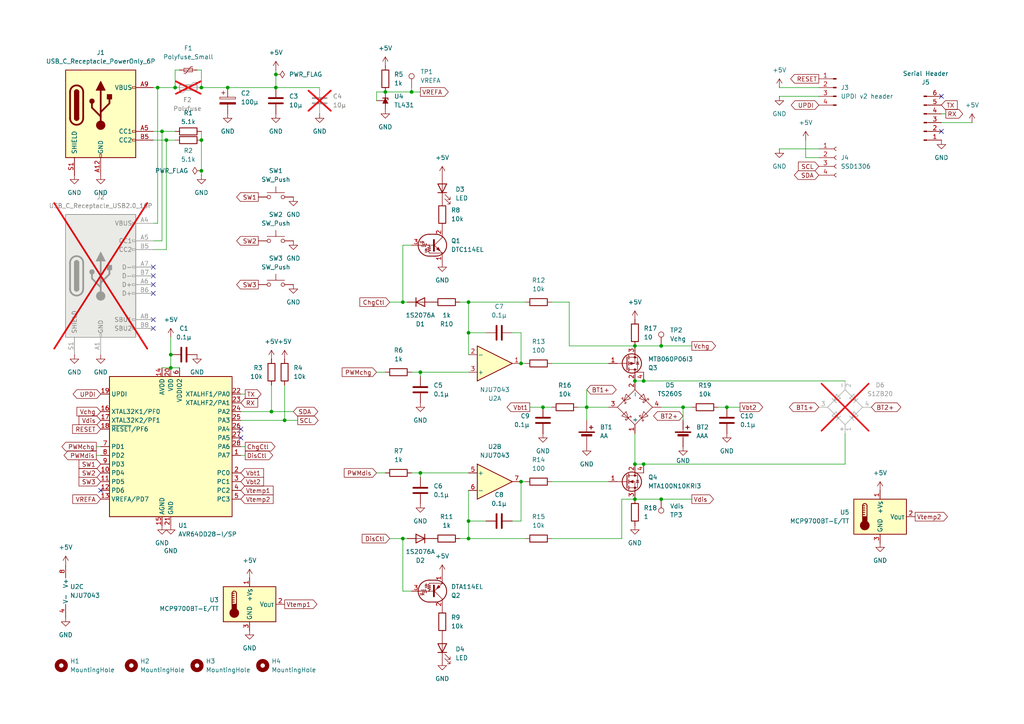
<source format=kicad_sch>
(kicad_sch (version 20250114) (generator "eeschema") (generator_version "9.0")
  (paper "A4")
  (title_block (title "NiMH Charger & Tester") (date "2025-10-15") (rev "2") (company "K.Takata"))
  (junction (at 210.82 118.11))
  (junction (at 48.26 40.64))
  (junction (at 46.99 38.1))
  (junction (at 66.04 25.4))
  (junction (at 58.42 40.64))
  (junction (at 49.53 102.87))
  (junction (at 184.15 134.62))
  (junction (at 151.13 105.41))
  (junction (at 78.74 119.38))
  (junction (at 80.01 25.4))
  (junction (at 121.92 137.16))
  (junction (at 191.77 100.33))
  (junction (at 135.89 156.21))
  (junction (at 119.38 26.67))
  (junction (at 58.42 49.53))
  (junction (at 151.13 139.7))
  (junction (at 45.72 25.4))
  (junction (at 184.15 100.33))
  (junction (at 186.69 110.49))
  (junction (at 184.15 144.78))
  (junction (at 135.89 96.52))
  (junction (at 135.89 151.13))
  (junction (at 135.89 87.63))
  (junction (at 80.01 21.59))
  (junction (at 58.42 25.4))
  (junction (at 82.55 121.92))
  (junction (at 50.8 25.4))
  (junction (at 191.77 144.78))
  (junction (at 157.48 118.11))
  (junction (at 116.84 156.21))
  (junction (at 111.76 26.67))
  (junction (at 121.92 107.95))
  (junction (at 184.15 110.49))
  (junction (at 49.53 106.68))
  (junction (at 198.12 118.11))
  (junction (at 170.18 118.11))
  (junction (at 186.69 134.62))
  (junction (at 116.84 87.63))
  (no_connect (at 44.45 92.71))
  (no_connect (at 44.45 85.09))
  (no_connect (at 69.85 124.46))
  (no_connect (at 44.45 80.01))
  (no_connect (at 273.05 27.94))
  (no_connect (at 44.45 77.47))
  (no_connect (at 69.85 127))
  (no_connect (at 273.05 38.1))
  (no_connect (at 29.21 142.24))
  (no_connect (at 44.45 82.55))
  (no_connect (at 44.45 95.25))
  (wire (pts (xy 71.12 114.3) (xy 69.85 114.3)))
  (wire (pts (xy 151.13 105.41) (xy 152.4 105.41)))
  (wire (pts (xy 148.59 151.13) (xy 151.13 151.13)))
  (wire (pts (xy 113.03 87.63) (xy 116.84 87.63)))
  (wire (pts (xy 52.07 20.32) (xy 50.8 20.32)))
  (wire (pts (xy 58.42 49.53) (xy 58.42 50.8)))
  (wire (pts (xy 152.4 156.21) (xy 135.89 156.21)))
  (wire (pts (xy 198.12 118.11) (xy 198.12 121.92)))
  (wire (pts (xy 116.84 156.21) (xy 116.84 171.45)))
  (wire (pts (xy 46.99 106.68) (xy 49.53 106.68)))
  (wire (pts (xy 58.42 38.1) (xy 58.42 40.64)))
  (wire (pts (xy 121.92 137.16) (xy 121.92 138.43)))
  (wire (pts (xy 184.15 134.62) (xy 184.15 125.73)))
  (wire (pts (xy 109.22 29.21) (xy 109.22 26.67)))
  (wire (pts (xy 191.77 118.11) (xy 198.12 118.11)))
  (wire (pts (xy 226.06 25.4) (xy 237.49 25.4)))
  (wire (pts (xy 78.74 111.76) (xy 78.74 119.38)))
  (wire (pts (xy 116.84 87.63) (xy 118.11 87.63)))
  (wire (pts (xy 245.11 125.73) (xy 245.11 134.62)))
  (wire (pts (xy 109.22 26.67) (xy 111.76 26.67)))
  (wire (pts (xy 200.66 144.78) (xy 191.77 144.78)))
  (wire (pts (xy 148.59 96.52) (xy 151.13 96.52)))
  (wire (pts (xy 58.42 20.32) (xy 58.42 25.4)))
  (wire (pts (xy 86.36 121.92) (xy 82.55 121.92)))
  (wire (pts (xy 135.89 102.87) (xy 135.89 96.52)))
  (wire (pts (xy 71.12 129.54) (xy 69.85 129.54)))
  (wire (pts (xy 151.13 96.52) (xy 151.13 105.41)))
  (wire (pts (xy 133.35 87.63) (xy 135.89 87.63)))
  (wire (pts (xy 58.42 40.64) (xy 58.42 49.53)))
  (wire (pts (xy 133.35 156.21) (xy 135.89 156.21)))
  (wire (pts (xy 245.11 134.62) (xy 186.69 134.62)))
  (wire (pts (xy 135.89 156.21) (xy 135.89 151.13)))
  (wire (pts (xy 116.84 71.12) (xy 119.38 71.12)))
  (wire (pts (xy 44.45 25.4) (xy 45.72 25.4)))
  (wire (pts (xy 226.06 43.18) (xy 237.49 43.18)))
  (wire (pts (xy 82.55 111.76) (xy 82.55 121.92)))
  (wire (pts (xy 116.84 156.21) (xy 118.11 156.21)))
  (wire (pts (xy 176.53 118.11) (xy 170.18 118.11)))
  (wire (pts (xy 49.53 102.87) (xy 49.53 106.68)))
  (wire (pts (xy 44.45 72.39) (xy 48.26 72.39)))
  (wire (pts (xy 121.92 107.95) (xy 121.92 109.22)))
  (wire (pts (xy 160.02 156.21) (xy 180.34 156.21)))
  (wire (pts (xy 226.06 27.94) (xy 237.49 27.94)))
  (wire (pts (xy 119.38 26.67) (xy 121.92 26.67)))
  (wire (pts (xy 85.09 119.38) (xy 78.74 119.38)))
  (wire (pts (xy 111.76 26.67) (xy 119.38 26.67)))
  (wire (pts (xy 119.38 137.16) (xy 121.92 137.16)))
  (wire (pts (xy 274.32 33.02) (xy 273.05 33.02)))
  (wire (pts (xy 135.89 151.13) (xy 140.97 151.13)))
  (wire (pts (xy 57.15 20.32) (xy 58.42 20.32)))
  (wire (pts (xy 135.89 87.63) (xy 152.4 87.63)))
  (wire (pts (xy 50.8 20.32) (xy 50.8 25.4)))
  (wire (pts (xy 113.03 156.21) (xy 116.84 156.21)))
  (wire (pts (xy 45.72 25.4) (xy 45.72 64.77)))
  (wire (pts (xy 208.28 118.11) (xy 210.82 118.11)))
  (wire (pts (xy 180.34 144.78) (xy 184.15 144.78)))
  (wire (pts (xy 180.34 156.21) (xy 180.34 144.78)))
  (wire (pts (xy 152.4 139.7) (xy 151.13 139.7)))
  (wire (pts (xy 160.02 105.41) (xy 176.53 105.41)))
  (wire (pts (xy 119.38 25.4) (xy 119.38 26.67)))
  (wire (pts (xy 165.1 87.63) (xy 165.1 100.33)))
  (wire (pts (xy 151.13 151.13) (xy 151.13 139.7)))
  (wire (pts (xy 135.89 87.63) (xy 135.89 96.52)))
  (wire (pts (xy 58.42 25.4) (xy 66.04 25.4)))
  (wire (pts (xy 48.26 40.64) (xy 44.45 40.64)))
  (wire (pts (xy 50.8 40.64) (xy 48.26 40.64)))
  (wire (pts (xy 135.89 142.24) (xy 135.89 151.13)))
  (wire (pts (xy 210.82 118.11) (xy 214.63 118.11)))
  (wire (pts (xy 44.45 69.85) (xy 46.99 69.85)))
  (wire (pts (xy 237.49 45.72) (xy 233.68 45.72)))
  (wire (pts (xy 184.15 144.78) (xy 191.77 144.78)))
  (wire (pts (xy 44.45 64.77) (xy 45.72 64.77)))
  (wire (pts (xy 233.68 45.72) (xy 233.68 40.64)))
  (wire (pts (xy 273.05 35.56) (xy 281.94 35.56)))
  (wire (pts (xy 170.18 113.03) (xy 170.18 118.11)))
  (wire (pts (xy 184.15 110.49) (xy 186.69 110.49)))
  (wire (pts (xy 69.85 119.38) (xy 78.74 119.38)))
  (wire (pts (xy 121.92 137.16) (xy 135.89 137.16)))
  (wire (pts (xy 46.99 69.85) (xy 46.99 38.1)))
  (wire (pts (xy 80.01 21.59) (xy 80.01 25.4)))
  (wire (pts (xy 49.53 106.68) (xy 52.07 106.68)))
  (wire (pts (xy 160.02 118.11) (xy 157.48 118.11)))
  (wire (pts (xy 200.66 100.33) (xy 191.77 100.33)))
  (wire (pts (xy 198.12 118.11) (xy 200.66 118.11)))
  (wire (pts (xy 121.92 107.95) (xy 135.89 107.95)))
  (wire (pts (xy 27.94 129.54) (xy 29.21 129.54)))
  (wire (pts (xy 153.67 118.11) (xy 157.48 118.11)))
  (wire (pts (xy 71.12 132.08) (xy 69.85 132.08)))
  (wire (pts (xy 116.84 71.12) (xy 116.84 87.63)))
  (wire (pts (xy 186.69 110.49) (xy 245.11 110.49)))
  (wire (pts (xy 109.22 137.16) (xy 111.76 137.16)))
  (wire (pts (xy 135.89 96.52) (xy 140.97 96.52)))
  (wire (pts (xy 160.02 87.63) (xy 165.1 87.63)))
  (wire (pts (xy 116.84 171.45) (xy 119.38 171.45)))
  (wire (pts (xy 165.1 100.33) (xy 184.15 100.33)))
  (wire (pts (xy 44.45 38.1) (xy 46.99 38.1)))
  (wire (pts (xy 184.15 134.62) (xy 186.69 134.62)))
  (wire (pts (xy 46.99 38.1) (xy 50.8 38.1)))
  (wire (pts (xy 170.18 118.11) (xy 170.18 121.92)))
  (wire (pts (xy 160.02 139.7) (xy 176.53 139.7)))
  (wire (pts (xy 184.15 100.33) (xy 191.77 100.33)))
  (wire (pts (xy 27.94 132.08) (xy 29.21 132.08)))
  (wire (pts (xy 109.22 107.95) (xy 111.76 107.95)))
  (wire (pts (xy 80.01 21.59) (xy 80.01 20.32)))
  (wire (pts (xy 69.85 121.92) (xy 82.55 121.92)))
  (wire (pts (xy 48.26 40.64) (xy 48.26 72.39)))
  (wire (pts (xy 45.72 25.4) (xy 50.8 25.4)))
  (wire (pts (xy 119.38 107.95) (xy 121.92 107.95)))
  (wire (pts (xy 167.64 118.11) (xy 170.18 118.11)))
  (wire (pts (xy 80.01 25.4) (xy 92.71 25.4)))
  (wire (pts (xy 49.53 97.79) (xy 49.53 102.87)))
  (wire (pts (xy 66.04 25.4) (xy 80.01 25.4)))
  (global_label "Vtemp1" (shape input) (at 69.85 142.24 0) (property "Intersheetrefs" "${INTERSHEET_REFS}" (effects (hide yes))))
  (global_label "UPDI" (shape bidirectional) (at 237.49 30.48 180) (property "Intersheetrefs" "${INTERSHEET_REFS}" (effects (hide yes))))
  (global_label "VREFA" (shape output) (at 121.92 26.67 0) (property "Intersheetrefs" "${INTERSHEET_REFS}" (effects (hide yes))))
  (global_label "Vtemp2" (shape input) (at 69.85 144.78 0) (property "Intersheetrefs" "${INTERSHEET_REFS}" (effects (hide yes))))
  (global_label "BT1+" (shape bidirectional) (at 237.49 118.11 180) (property "Intersheetrefs" "${INTERSHEET_REFS}" (effects (hide yes))))
  (global_label "UPDI" (shape bidirectional) (at 29.21 114.3 180) (property "Intersheetrefs" "${INTERSHEET_REFS}" (effects (hide yes))))
  (global_label "DisCtl" (shape output) (at 71.12 132.08 0) (property "Intersheetrefs" "${INTERSHEET_REFS}" (effects (hide yes))))
  (global_label "SDA" (shape bidirectional) (at 85.09 119.38 0) (property "Intersheetrefs" "${INTERSHEET_REFS}" (effects (hide yes))))
  (global_label "VREFA" (shape input) (at 29.21 144.78 180) (property "Intersheetrefs" "${INTERSHEET_REFS}" (effects (hide yes))))
  (global_label "Vdis" (shape output) (at 200.66 144.78 0) (property "Intersheetrefs" "${INTERSHEET_REFS}" (effects (hide yes))))
  (global_label "TX" (shape output) (at 71.12 114.3 0) (property "Intersheetrefs" "${INTERSHEET_REFS}" (effects (hide yes))))
  (global_label "SCL" (shape input) (at 237.49 48.26 180) (property "Intersheetrefs" "${INTERSHEET_REFS}" (effects (hide yes))))
  (global_label "SCL" (shape output) (at 86.36 121.92 0) (property "Intersheetrefs" "${INTERSHEET_REFS}" (effects (hide yes))))
  (global_label "RESET" (shape output) (at 237.49 22.86 180) (property "Intersheetrefs" "${INTERSHEET_REFS}" (effects (hide yes))))
  (global_label "RX" (shape input) (at 69.85 116.84 0) (property "Intersheetrefs" "${INTERSHEET_REFS}" (effects (hide yes))))
  (global_label "SW3" (shape input) (at 29.21 139.7 180) (property "Intersheetrefs" "${INTERSHEET_REFS}" (effects (hide yes))))
  (global_label "PWMdis" (shape output) (at 27.94 132.08 180) (property "Intersheetrefs" "${INTERSHEET_REFS}" (effects (hide yes))))
  (global_label "BT2+" (shape bidirectional) (at 198.12 120.65 180) (property "Intersheetrefs" "${INTERSHEET_REFS}" (effects (hide yes))))
  (global_label "ChgCtl" (shape output) (at 71.12 129.54 0) (property "Intersheetrefs" "${INTERSHEET_REFS}" (effects (hide yes))))
  (global_label "Vbt1" (shape input) (at 69.85 137.16 0) (property "Intersheetrefs" "${INTERSHEET_REFS}" (effects (hide yes))))
  (global_label "SDA" (shape bidirectional) (at 237.49 50.8 180) (property "Intersheetrefs" "${INTERSHEET_REFS}" (effects (hide yes))))
  (global_label "Vdis" (shape input) (at 29.21 121.92 180) (property "Intersheetrefs" "${INTERSHEET_REFS}" (effects (hide yes))))
  (global_label "Vbt1" (shape output) (at 153.67 118.11 180) (property "Intersheetrefs" "${INTERSHEET_REFS}" (effects (hide yes))))
  (global_label "SW2" (shape output) (at 74.93 69.85 180) (property "Intersheetrefs" "${INTERSHEET_REFS}" (effects (hide yes))))
  (global_label "BT1+" (shape bidirectional) (at 170.18 113.03 0) (property "Intersheetrefs" "${INTERSHEET_REFS}" (effects (hide yes))))
  (global_label "Vbt2" (shape output) (at 214.63 118.11 0) (property "Intersheetrefs" "${INTERSHEET_REFS}" (effects (hide yes))))
  (global_label "TX" (shape input) (at 273.05 30.48 0) (property "Intersheetrefs" "${INTERSHEET_REFS}" (effects (hide yes))))
  (global_label "SW1" (shape input) (at 29.21 134.62 180) (property "Intersheetrefs" "${INTERSHEET_REFS}" (effects (hide yes))))
  (global_label "Vtemp2" (shape output) (at 265.43 149.86 0) (property "Intersheetrefs" "${INTERSHEET_REFS}" (effects (hide yes))))
  (global_label "SW2" (shape input) (at 29.21 137.16 180) (property "Intersheetrefs" "${INTERSHEET_REFS}" (effects (hide yes))))
  (global_label "Vchg" (shape output) (at 200.66 100.33 0) (property "Intersheetrefs" "${INTERSHEET_REFS}" (effects (hide yes))))
  (global_label "PWMdis" (shape input) (at 109.22 137.16 180) (property "Intersheetrefs" "${INTERSHEET_REFS}" (effects (hide yes))))
  (global_label "SW3" (shape output) (at 74.93 82.55 180) (property "Intersheetrefs" "${INTERSHEET_REFS}" (effects (hide yes))))
  (global_label "SW1" (shape output) (at 74.93 57.15 180) (property "Intersheetrefs" "${INTERSHEET_REFS}" (effects (hide yes))))
  (global_label "Vtemp1" (shape output) (at 82.55 175.26 0) (property "Intersheetrefs" "${INTERSHEET_REFS}" (effects (hide yes))))
  (global_label "Vchg" (shape input) (at 29.21 119.38 180) (property "Intersheetrefs" "${INTERSHEET_REFS}" (effects (hide yes))))
  (global_label "BT2+" (shape bidirectional) (at 252.73 118.11 0) (property "Intersheetrefs" "${INTERSHEET_REFS}" (effects (hide yes))))
  (global_label "Vbt2" (shape input) (at 69.85 139.7 0) (property "Intersheetrefs" "${INTERSHEET_REFS}" (effects (hide yes))))
  (global_label "RESET" (shape input) (at 29.21 124.46 180) (property "Intersheetrefs" "${INTERSHEET_REFS}" (effects (hide yes))))
  (global_label "PWMchg" (shape output) (at 27.94 129.54 180) (property "Intersheetrefs" "${INTERSHEET_REFS}" (effects (hide yes))))
  (global_label "PWMchg" (shape input) (at 109.22 107.95 180) (property "Intersheetrefs" "${INTERSHEET_REFS}" (effects (hide yes))))
  (global_label "ChgCtl" (shape input) (at 113.03 87.63 180) (property "Intersheetrefs" "${INTERSHEET_REFS}" (effects (hide yes))))
  (global_label "RX" (shape output) (at 274.32 33.02 0) (property "Intersheetrefs" "${INTERSHEET_REFS}" (effects (hide yes))))
  (global_label "DisCtl" (shape input) (at 113.03 156.21 180) (property "Intersheetrefs" "${INTERSHEET_REFS}" (effects (hide yes))))
  (symbol (lib_id "Device:R") (at 128.27 180.34 180) (unit 1)
    (property "Reference" "R9" (at 130.81 179.0699 0) (effects (justify right)))
    (property "Value" "10k" (at 130.81 181.6099 0) (effects (justify right)))
    (property "Footprint" "Resistor_THT:R_Axial_DIN0207_L6.3mm_D2.5mm_P7.62mm_Horizontal" (effects (hide yes)))
    (property "Description" "Resistor" (effects (hide yes)))
  )
  (symbol (lib_id "power:GND") (at 46.99 152.4 0) (unit 1)
    (property "Reference" "#PWR07" (effects (hide yes)))
    (property "Value" "GND" (at 46.99 157.48 0))
    (property "Description" "Power symbol creates a global label with name \"GND\" , ground" (effects (hide yes)))
  )
  (symbol (lib_id "Device:Polyfuse") (at 54.61 25.4 90) (unit 1) (dnp yes)
    (property "Reference" "F2" (at 54.356 28.956 90))
    (property "Value" "Polyfuse" (at 54.356 31.496 90))
    (property "Footprint" "Capacitor_THT:C_Disc_D4.3mm_W1.9mm_P5.00mm" (effects (hide yes)))
    (property "Description" "Resettable fuse, polymeric positive temperature coefficient" (effects (hide yes)))
  )
  (symbol (lib_id "power:+5V") (at 128.27 50.8 0) (unit 1)
    (property "Reference" "#PWR027" (effects (hide yes)))
    (property "Value" "+5V" (at 128.27 45.72 0))
    (property "Description" "Power symbol creates a global label with name \"+5V\"" (effects (hide yes)))
  )
  (symbol (lib_id "power:GND") (at 273.05 40.64 0) (unit 1)
    (property "Reference" "#PWR043" (effects (hide yes)))
    (property "Value" "GND" (at 273.05 45.72 0))
    (property "Description" "Power symbol creates a global label with name \"GND\" , ground" (effects (hide yes)))
  )
  (symbol (lib_id "Device:C") (at 53.34 102.87 270) (unit 1)
    (property "Reference" "C1" (at 53.34 95.25 90))
    (property "Value" "0.1μ" (at 53.34 97.79 90))
    (property "Footprint" "Capacitor_THT:C_Disc_D3.0mm_W1.6mm_P2.50mm" (effects (hide yes)))
    (property "Description" "Unpolarized capacitor" (effects (hide yes)))
  )
  (symbol (lib_id "Connector:TestPoint") (at 119.38 25.4 0) (unit 1)
    (property "Reference" "TP1" (at 121.92 20.8279 0) (effects (justify left)))
    (property "Value" "VREFA" (at 121.92 23.3679 0) (effects (justify left)))
    (property "Footprint" "TestPoint:TestPoint_THTPad_D1.5mm_Drill0.7mm" (effects (hide yes)))
    (property "Description" "test point" (effects (hide yes)))
  )
  (symbol (lib_id "Device:R") (at 204.47 118.11 270) (mirror x) (unit 1)
    (property "Reference" "R19" (at 204.47 111.76 90))
    (property "Value" "10k" (at 204.47 114.3 90))
    (property "Footprint" "Resistor_THT:R_Axial_DIN0207_L6.3mm_D2.5mm_P2.54mm_Vertical" (effects (hide yes)))
    (property "Description" "Resistor" (effects (hide yes)))
  )
  (symbol (lib_id "power:GND") (at 72.39 182.88 0) (unit 1)
    (property "Reference" "#PWR014" (effects (hide yes)))
    (property "Value" "GND" (at 72.39 187.96 0))
    (property "Description" "Power symbol creates a global label with name \"GND\" , ground" (effects (hide yes)))
  )
  (symbol (lib_id "power:+5V") (at 128.27 166.37 0) (unit 1)
    (property "Reference" "#PWR029" (effects (hide yes)))
    (property "Value" "+5V" (at 128.27 161.29 0))
    (property "Description" "Power symbol creates a global label with name \"+5V\"" (effects (hide yes)))
  )
  (symbol (lib_id "power:PWR_FLAG") (at 80.01 21.59 270) (unit 1)
    (property "Reference" "#FLG02" (effects (hide yes)))
    (property "Value" "PWR_FLAG" (at 83.82 21.5899 90) (effects (justify left)))
    (property "Description" "Special symbol for telling ERC where power comes from" (effects (hide yes)))
  )
  (symbol (lib_id "power:+5V") (at 78.74 104.14 0) (unit 1)
    (property "Reference" "#PWR015" (effects (hide yes)))
    (property "Value" "+5V" (at 78.74 99.06 0))
    (property "Description" "Power symbol creates a global label with name \"+5V\"" (effects (hide yes)))
  )
  (symbol (lib_id "power:+5V") (at 281.94 35.56 0) (unit 1)
    (property "Reference" "#PWR044" (effects (hide yes)))
    (property "Value" "+5V" (at 281.94 30.48 0))
    (property "Description" "Power symbol creates a global label with name \"+5V\"" (effects (hide yes)))
  )
  (symbol (lib_id "Sensor_Temperature:LM35-LP") (at 72.39 175.26 0) (unit 1)
    (property "Reference" "U3" (at 63.5 173.9899 0) (effects (justify right)))
    (property "Value" "MCP9700BT-E/TT" (at 63.5 176.5299 0) (effects (justify right)))
    (property "Footprint" "Package_TO_SOT_SMD:SOT-23_Handsoldering" (effects (hide yes)))
    (property "Description" "Low-Power Linear Active Thermistor IC" (effects (hide yes)))
  )
  (symbol (lib_id "Connector:TestPoint") (at 191.77 144.78 0) (mirror x) (unit 1)
    (property "Reference" "TP3" (at 194.31 149.3521 0) (effects (justify left)))
    (property "Value" "Vdis" (at 194.31 146.8121 0) (effects (justify left)))
    (property "Footprint" "TestPoint:TestPoint_THTPad_D1.5mm_Drill0.7mm" (effects (hide yes)))
    (property "Description" "test point" (effects (hide yes)))
  )
  (symbol (lib_id "mylib:TS260S") (at 184.15 118.11 270) (unit 1)
    (property "Reference" "D5" (at 194.31 111.6898 90))
    (property "Value" "TS260S" (at 194.31 114.2298 90))
    (property "Footprint" "Package_SO:TSSOP-4_4.4x5mm_P4mm" (effects (hide yes)))
    (property "Datasheet" "https://akizukidenshi.com/goodsaffix/ts260s.pdf" (effects (hide yes)))
    (property "Description" "Micro Surface Mount Schottky Bridge, 60V Vrms, 2A If, TSSOP-4" (effects (hide yes)))
  )
  (symbol (lib_id "MCU_Microchip_AVR_Dx:AVR32DB28x-xSP") (at 49.53 129.54 0) (unit 1)
    (property "Reference" "U1" (at 51.6733 152.4 0) (effects (justify left)))
    (property "Value" "AVR64DD28-I/SP" (at 51.6733 154.94 0) (effects (justify left)))
    (property "Footprint" "Package_DIP:DIP-28_W7.62mm" (effects (hide yes)))
    (property "Datasheet" "https://ww1.microchip.com/downloads/en/DeviceDoc/AVR32DB28-32-48-DataSheet-DS40002301A.pdf" (effects (hide yes)))
    (property "Description" "24MHz, 32kB Flash, 4kB SRAM, EEPROM with Op Amps and Multi-Voltage I/O, SPDIP-28" (effects (hide yes)))
  )
  (symbol (lib_id "Device:R") (at 54.61 38.1 90) (unit 1)
    (property "Reference" "R1" (at 54.61 32.766 90))
    (property "Value" "5.1k" (at 54.61 35.306 90))
    (property "Footprint" "Resistor_THT:R_Axial_DIN0204_L3.6mm_D1.6mm_P5.08mm_Horizontal" (effects (hide yes)))
    (property "Description" "Resistor" (effects (hide yes)))
  )
  (symbol (lib_id "Device:R") (at 54.61 40.64 90) (mirror x) (unit 1)
    (property "Reference" "R2" (at 54.61 43.688 90))
    (property "Value" "5.1k" (at 54.61 46.228 90))
    (property "Footprint" "Resistor_THT:R_Axial_DIN0204_L3.6mm_D1.6mm_P5.08mm_Horizontal" (effects (hide yes)))
    (property "Description" "Resistor" (effects (hide yes)))
  )
  (symbol (lib_id "Connector:Conn_01x04_Pin") (at 242.57 25.4 0) (mirror y) (unit 1)
    (property "Reference" "J3" (at 243.84 25.3999 0) (effects (justify right)))
    (property "Value" "UPDI v2 header" (at 243.84 27.9399 0) (effects (justify right)))
    (property "Footprint" "Connector_PinHeader_2.54mm:PinHeader_1x04_P2.54mm_Vertical" (effects (hide yes)))
    (property "Description" "Generic connector, single row, 01x04, script generated" (effects (hide yes)))
  )
  (symbol (lib_id "Transistor_BJT:DTA114E") (at 125.73 171.45 0) (mirror x) (unit 1)
    (property "Reference" "Q2" (at 130.81 172.7201 0) (effects (justify left)))
    (property "Value" "DTA114EL" (at 130.81 170.1801 0) (effects (justify left)))
    (property "Footprint" "Package_TO_SOT_THT:TO-92_Inline_Wide" (effects (hide yes)))
    (property "Description" "Digital PNP Transistor, 10k/10k, TO-92" (effects (hide yes)))
  )
  (symbol (lib_id "power:+5V") (at 19.05 163.83 0) (unit 1)
    (property "Reference" "#PWR01" (effects (hide yes)))
    (property "Value" "+5V" (at 19.05 158.75 0))
    (property "Description" "Power symbol creates a global label with name \"+5V\"" (effects (hide yes)))
  )
  (symbol (lib_id "power:GND") (at 58.42 50.8 0) (mirror y) (unit 1)
    (property "Reference" "#PWR011" (effects (hide yes)))
    (property "Value" "GND" (at 58.42 55.88 0))
    (property "Description" "Power symbol creates a global label with name \"GND\" , ground" (effects (hide yes)))
  )
  (symbol (lib_id "Device:R") (at 128.27 62.23 180) (unit 1)
    (property "Reference" "R8" (at 130.81 60.9599 0) (effects (justify right)))
    (property "Value" "10k" (at 130.81 63.4999 0) (effects (justify right)))
    (property "Footprint" "Resistor_THT:R_Axial_DIN0207_L6.3mm_D2.5mm_P7.62mm_Horizontal" (effects (hide yes)))
    (property "Description" "Resistor" (effects (hide yes)))
  )
  (symbol (lib_id "power:+5V") (at 233.68 40.64 0) (unit 1)
    (property "Reference" "#PWR039" (effects (hide yes)))
    (property "Value" "+5V" (at 233.68 35.56 0))
    (property "Description" "Power symbol creates a global label with name \"+5V\"" (effects (hide yes)))
  )
  (symbol (lib_id "power:GND") (at 66.04 33.02 0) (unit 1)
    (property "Reference" "#PWR012" (effects (hide yes)))
    (property "Value" "GND" (at 66.04 38.1 0))
    (property "Description" "Power symbol creates a global label with name \"GND\" , ground" (effects (hide yes)))
  )
  (symbol (lib_id "power:GND") (at 85.09 82.55 0) (unit 1)
    (property "Reference" "#PWR021" (effects (hide yes)))
    (property "Value" "GND" (at 85.09 87.63 0))
    (property "Description" "Power symbol creates a global label with name \"GND\" , ground" (effects (hide yes)))
  )
  (symbol (lib_id "Device:C_Polarized") (at 66.04 29.21 0) (unit 1)
    (property "Reference" "C2" (at 69.85 27.0509 0) (effects (justify left)))
    (property "Value" "100μ" (at 69.85 29.5909 0) (effects (justify left)))
    (property "Footprint" "Capacitor_THT:CP_Radial_D6.3mm_P2.50mm" (effects (hide yes)))
    (property "Description" "Polarized capacitor" (effects (hide yes)))
  )
  (symbol (lib_id "power:+5V") (at 72.39 167.64 0) (unit 1)
    (property "Reference" "#PWR013" (effects (hide yes)))
    (property "Value" "+5V" (at 72.39 162.56 0))
    (property "Description" "Power symbol creates a global label with name \"+5V\"" (effects (hide yes)))
  )
  (symbol (lib_id "Device:R") (at 156.21 156.21 90) (unit 1)
    (property "Reference" "R15" (at 156.21 149.86 90))
    (property "Value" "10k" (at 156.21 152.4 90))
    (property "Footprint" "Resistor_THT:R_Axial_DIN0207_L6.3mm_D2.5mm_P2.54mm_Vertical" (effects (hide yes)))
    (property "Description" "Resistor" (effects (hide yes)))
  )
  (symbol (lib_id "Device:LED") (at 128.27 187.96 90) (unit 1)
    (property "Reference" "D4" (at 132.08 188.2774 90) (effects (justify right)))
    (property "Value" "LED" (at 132.08 190.8174 90) (effects (justify right)))
    (property "Footprint" "LED_THT:LED_D5.0mm_Clear" (effects (hide yes)))
    (property "Description" "Light emitting diode" (effects (hide yes)))
    (property "Sim.Pins" "1=K 2=A" (effects (hide yes)))
  )
  (symbol (lib_id "Mechanical:MountingHole") (at 57.15 193.04 0) (unit 1) (in_bom no)
    (property "Reference" "H3" (at 59.69 191.7699 0) (effects (justify left)))
    (property "Value" "MountingHole" (at 59.69 194.3099 0) (effects (justify left)))
    (property "Footprint" "MountingHole:MountingHole_3.2mm_M3" (effects (hide yes)))
    (property "Description" "Mounting Hole without connection" (effects (hide yes)))
  )
  (symbol (lib_id "power:GND") (at 85.09 57.15 0) (unit 1)
    (property "Reference" "#PWR019" (effects (hide yes)))
    (property "Value" "GND" (at 85.09 62.23 0))
    (property "Description" "Power symbol creates a global label with name \"GND\" , ground" (effects (hide yes)))
  )
  (symbol (lib_id "Mechanical:MountingHole") (at 38.1 193.04 0) (unit 1) (in_bom no)
    (property "Reference" "H2" (at 40.64 191.7699 0) (effects (justify left)))
    (property "Value" "MountingHole" (at 40.64 194.3099 0) (effects (justify left)))
    (property "Footprint" "MountingHole:MountingHole_3.2mm_M3" (effects (hide yes)))
    (property "Description" "Mounting Hole without connection" (effects (hide yes)))
  )
  (symbol (lib_id "Switch:SW_Push") (at 80.01 57.15 0) (unit 1)
    (property "Reference" "SW1" (at 80.01 49.53 0))
    (property "Value" "SW_Push" (at 80.01 52.07 0))
    (property "Footprint" "Button_Switch_THT:SW_PUSH_6mm" (effects (hide yes)))
    (property "Description" "Push button switch, generic, two pins" (effects (hide yes)))
  )
  (symbol (lib_id "power:GND") (at 19.05 179.07 0) (unit 1)
    (property "Reference" "#PWR02" (effects (hide yes)))
    (property "Value" "GND" (at 19.05 184.15 0))
    (property "Description" "Power symbol creates a global label with name \"GND\" , ground" (effects (hide yes)))
  )
  (symbol (lib_id "power:GND") (at 128.27 191.77 0) (unit 1)
    (property "Reference" "#PWR030" (effects (hide yes)))
    (property "Value" "GND" (at 128.27 196.85 0))
    (property "Description" "Power symbol creates a global label with name \"GND\" , ground" (effects (hide yes)))
  )
  (symbol (lib_id "Switch:SW_Push") (at 80.01 69.85 0) (unit 1)
    (property "Reference" "SW2" (at 80.01 62.23 0))
    (property "Value" "SW_Push" (at 80.01 64.77 0))
    (property "Footprint" "Button_Switch_THT:SW_PUSH_6mm" (effects (hide yes)))
    (property "Description" "Push button switch, generic, two pins" (effects (hide yes)))
  )
  (symbol (lib_id "Amplifier_Operational:NJM2043") (at 143.51 105.41 0) (mirror x) (unit 1)
    (property "Reference" "U2" (at 143.51 115.57 0))
    (property "Value" "NJU7043" (at 143.51 113.03 0))
    (property "Footprint" "Package_DIP:DIP-8_W7.62mm" (effects (hide yes)))
    (property "Datasheet" "http://www.njr.com/semicon/PDF/NJM2043_E.pdf" (effects (hide yes)))
    (property "Description" "Dual Low Noise Pre-Amplifier, DIP-8/DMP-8/SIP-8" (effects (hide yes)))
  )
  (symbol (lib_id "power:GND") (at 92.71 33.02 0) (unit 1)
    (property "Reference" "#PWR022" (effects (hide yes)))
    (property "Value" "GND" (at 92.71 38.1 0))
    (property "Description" "Power symbol creates a global label with name \"GND\" , ground" (effects (hide yes)))
  )
  (symbol (lib_id "Device:R") (at 156.21 139.7 90) (unit 1)
    (property "Reference" "R14" (at 156.21 133.35 90))
    (property "Value" "100" (at 156.21 135.89 90))
    (property "Footprint" "Resistor_THT:R_Axial_DIN0207_L6.3mm_D2.5mm_P2.54mm_Vertical" (effects (hide yes)))
    (property "Description" "Resistor" (effects (hide yes)))
  )
  (symbol (lib_id "power:+5V") (at 49.53 97.79 0) (unit 1)
    (property "Reference" "#PWR08" (effects (hide yes)))
    (property "Value" "+5V" (at 49.53 92.71 0))
    (property "Description" "Power symbol creates a global label with name \"+5V\"" (effects (hide yes)))
  )
  (symbol (lib_id "power:GND") (at 80.01 33.02 0) (unit 1)
    (property "Reference" "#PWR017" (effects (hide yes)))
    (property "Value" "GND" (at 80.01 38.1 0))
    (property "Description" "Power symbol creates a global label with name \"GND\" , ground" (effects (hide yes)))
  )
  (symbol (lib_id "Device:R") (at 129.54 87.63 90) (mirror x) (unit 1)
    (property "Reference" "R10" (at 129.54 93.98 90))
    (property "Value" "1k" (at 129.54 91.44 90))
    (property "Footprint" "Resistor_THT:R_Axial_DIN0207_L6.3mm_D2.5mm_P2.54mm_Vertical" (effects (hide yes)))
    (property "Description" "Resistor" (effects (hide yes)))
  )
  (symbol (lib_id "power:GND") (at 29.21 50.8 0) (unit 1)
    (property "Reference" "#PWR05" (effects (hide yes)))
    (property "Value" "GND" (at 29.21 55.88 0))
    (property "Description" "Power symbol creates a global label with name \"GND\" , ground" (effects (hide yes)))
  )
  (symbol (lib_id "power:GND") (at 49.53 152.4 0) (unit 1)
    (property "Reference" "#PWR09" (effects (hide yes)))
    (property "Value" "GND" (at 49.53 159.766 0))
    (property "Description" "Power symbol creates a global label with name \"GND\" , ground" (effects (hide yes)))
  )
  (symbol (lib_id "power:+5V") (at 80.01 20.32 0) (unit 1)
    (property "Reference" "#PWR016" (effects (hide yes)))
    (property "Value" "+5V" (at 80.01 15.24 0))
    (property "Description" "Power symbol creates a global label with name \"+5V\"" (effects (hide yes)))
  )
  (symbol (lib_id "power:+5V") (at 255.27 142.24 0) (unit 1)
    (property "Reference" "#PWR041" (effects (hide yes)))
    (property "Value" "+5V" (at 255.27 137.16 0))
    (property "Description" "Power symbol creates a global label with name \"+5V\"" (effects (hide yes)))
  )
  (symbol (lib_id "power:+5V") (at 184.15 92.71 0) (unit 1)
    (property "Reference" "#PWR033" (effects (hide yes)))
    (property "Value" "+5V" (at 184.15 87.63 0))
    (property "Description" "Power symbol creates a global label with name \"+5V\"" (effects (hide yes)))
  )
  (symbol (lib_id "power:GND") (at 29.21 102.87 0) (unit 1)
    (property "Reference" "#PWR06" (effects (hide yes)))
    (property "Value" "GND" (at 29.21 107.95 0))
    (property "Description" "Power symbol creates a global label with name \"GND\" , ground" (effects (hide yes)))
  )
  (symbol (lib_id "Device:R") (at 82.55 107.95 180) (unit 1)
    (property "Reference" "R4" (at 85.09 106.6799 0) (effects (justify right)))
    (property "Value" "10k" (at 85.09 109.2199 0) (effects (justify right)))
    (property "Footprint" "Resistor_THT:R_Axial_DIN0207_L6.3mm_D2.5mm_P7.62mm_Horizontal" (effects (hide yes)))
    (property "Description" "Resistor" (effects (hide yes)))
  )
  (symbol (lib_id "Mechanical:MountingHole") (at 17.78 193.04 0) (unit 1) (in_bom no)
    (property "Reference" "H1" (at 20.32 191.7699 0) (effects (justify left)))
    (property "Value" "MountingHole" (at 20.32 194.3099 0) (effects (justify left)))
    (property "Footprint" "MountingHole:MountingHole_3.2mm_M3" (effects (hide yes)))
    (property "Description" "Mounting Hole without connection" (effects (hide yes)))
  )
  (symbol (lib_id "power:GND") (at 57.15 102.87 0) (unit 1)
    (property "Reference" "#PWR010" (effects (hide yes)))
    (property "Value" "GND" (at 57.15 107.95 0))
    (property "Description" "Power symbol creates a global label with name \"GND\" , ground" (effects (hide yes)))
  )
  (symbol (lib_id "power:GND") (at 128.27 76.2 0) (unit 1)
    (property "Reference" "#PWR028" (effects (hide yes)))
    (property "Value" "GND" (at 128.27 81.28 0))
    (property "Description" "Power symbol creates a global label with name \"GND\" , ground" (effects (hide yes)))
  )
  (symbol (lib_id "power:GND") (at 157.48 125.73 0) (unit 1)
    (property "Reference" "#PWR031" (effects (hide yes)))
    (property "Value" "GND" (at 157.48 130.81 0))
    (property "Description" "Power symbol creates a global label with name \"GND\" , ground" (effects (hide yes)))
  )
  (symbol (lib_id "power:+5V") (at 111.76 19.05 0) (unit 1)
    (property "Reference" "#PWR023" (effects (hide yes)))
    (property "Value" "+5V" (at 111.76 13.97 0))
    (property "Description" "Power symbol creates a global label with name \"+5V\"" (effects (hide yes)))
  )
  (symbol (lib_id "power:GND") (at 226.06 43.18 0) (unit 1)
    (property "Reference" "#PWR038" (effects (hide yes)))
    (property "Value" "GND" (at 226.06 48.26 0))
    (property "Description" "Power symbol creates a global label with name \"GND\" , ground" (effects (hide yes)))
  )
  (symbol (lib_id "Connector:USB_C_Receptacle_PowerOnly_6P") (at 29.21 33.02 0) (unit 1)
    (property "Reference" "J1" (at 29.21 15.24 0))
    (property "Value" "USB_C_Receptacle_PowerOnly_6P" (at 29.21 17.78 0))
    (property "Footprint" "Connector_USB:USB_C_Receptacle_GCT_USB4125-xx-x_6P_TopMnt_Horizontal" (effects (hide yes)))
    (property "Datasheet" "https://www.usb.org/sites/default/files/documents/usb_type-c.zip" (effects (hide yes)))
    (property "Description" "USB Power-Only 6P Type-C Receptacle connector" (effects (hide yes)))
  )
  (symbol (lib_id "Device:R") (at 184.15 148.59 0) (unit 1)
    (property "Reference" "R18" (at 186.69 147.3199 0) (effects (justify left)))
    (property "Value" "1" (at 186.69 149.8599 0) (effects (justify left)))
    (property "Footprint" "Resistor_THT:R_Axial_DIN0614_L14.3mm_D5.7mm_P20.32mm_Horizontal" (effects (hide yes)))
    (property "Description" "Resistor" (effects (hide yes)))
  )
  (symbol (lib_id "Device:Battery_Cell") (at 198.12 127 0) (unit 1)
    (property "Reference" "BT2" (at 201.93 123.8884 0) (effects (justify left)))
    (property "Value" "AAA" (at 201.93 126.4284 0) (effects (justify left)))
    (property "Footprint" "Battery:BatteryHolder_Keystone_2466_1xAAA" (effects (hide yes)))
    (property "Description" "Single-cell battery" (effects (hide yes)))
  )
  (symbol (lib_id "power:PWR_FLAG") (at 58.42 49.53 90) (unit 1)
    (property "Reference" "#FLG01" (effects (hide yes)))
    (property "Value" "PWR_FLAG" (at 54.61 49.5299 90) (effects (justify left)))
    (property "Description" "Special symbol for telling ERC where power comes from" (effects (hide yes)))
  )
  (symbol (lib_id "Diode_Bridge:B40C800DM") (at 245.11 118.11 270) (unit 1) (dnp yes)
    (property "Reference" "D6" (at 255.27 111.6898 90))
    (property "Value" "S1ZB20" (at 255.27 114.2298 90))
    (property "Footprint" "Package_DIP:DIP-4_W7.62mm" (effects (hide yes)))
    (property "Datasheet" "https://www.mouser.jp/datasheet/2/366/J534S1ZB-1203344.pdf" (effects (hide yes)))
    (property "Description" "Diode Bridge, 200V Vrms, 1A If, DIP-4" (effects (hide yes)))
  )
  (symbol (lib_id "power:GND") (at 210.82 125.73 0) (unit 1)
    (property "Reference" "#PWR036" (effects (hide yes)))
    (property "Value" "GND" (at 210.82 130.81 0))
    (property "Description" "Power symbol creates a global label with name \"GND\" , ground" (effects (hide yes)))
  )
  (symbol (lib_id "Device:C") (at 92.71 29.21 0) (unit 1) (dnp yes)
    (property "Reference" "C4" (at 96.52 27.9399 0) (effects (justify left)))
    (property "Value" "10μ" (at 96.52 30.4799 0) (effects (justify left)))
    (property "Footprint" "Capacitor_THT:C_Disc_D4.7mm_W2.5mm_P5.00mm" (effects (hide yes)))
    (property "Description" "Unpolarized capacitor" (effects (hide yes)))
  )
  (symbol (lib_id "Device:R") (at 115.57 107.95 90) (unit 1)
    (property "Reference" "R6" (at 115.57 101.6 90))
    (property "Value" "1k" (at 115.57 104.14 90))
    (property "Footprint" "Resistor_THT:R_Axial_DIN0207_L6.3mm_D2.5mm_P2.54mm_Vertical" (effects (hide yes)))
    (property "Description" "Resistor" (effects (hide yes)))
  )
  (symbol (lib_id "power:GND") (at 184.15 152.4 0) (unit 1)
    (property "Reference" "#PWR034" (effects (hide yes)))
    (property "Value" "GND" (at 184.15 157.48 0))
    (property "Description" "Power symbol creates a global label with name \"GND\" , ground" (effects (hide yes)))
  )
  (symbol (lib_id "Device:R") (at 78.74 107.95 0) (mirror x) (unit 1)
    (property "Reference" "R3" (at 76.2 106.6799 0) (effects (justify right)))
    (property "Value" "10k" (at 76.2 109.2199 0) (effects (justify right)))
    (property "Footprint" "Resistor_THT:R_Axial_DIN0207_L6.3mm_D2.5mm_P7.62mm_Horizontal" (effects (hide yes)))
    (property "Description" "Resistor" (effects (hide yes)))
  )
  (symbol (lib_id "power:GND") (at 198.12 129.54 0) (unit 1)
    (property "Reference" "#PWR035" (effects (hide yes)))
    (property "Value" "GND" (at 198.12 133.604 0))
    (property "Description" "Power symbol creates a global label with name \"GND\" , ground" (effects (hide yes)))
  )
  (symbol (lib_id "Device:Battery_Cell") (at 170.18 127 0) (unit 1)
    (property "Reference" "BT1" (at 173.99 123.8884 0) (effects (justify left)))
    (property "Value" "AA" (at 173.99 126.4284 0) (effects (justify left)))
    (property "Footprint" "Battery:BatteryHolder_Keystone_2460_1xAA" (effects (hide yes)))
    (property "Description" "Single-cell battery" (effects (hide yes)))
  )
  (symbol (lib_id "Device:Polyfuse_Small") (at 54.61 20.32 90) (unit 1)
    (property "Reference" "F1" (at 54.61 13.97 90))
    (property "Value" "Polyfuse_Small" (at 54.61 16.51 90))
    (property "Footprint" "Fuse:Fuse_1206_3216Metric_Pad1.42x1.75mm_HandSolder" (effects (hide yes)))
    (property "Description" "Resettable fuse, polymeric positive temperature coefficient, small symbol" (effects (hide yes)))
  )
  (symbol (lib_id "Transistor_FET:Q_PMOS_GDSD") (at 181.61 105.41 0) (mirror x) (unit 1)
    (property "Reference" "Q3" (at 187.96 106.6801 0) (effects (justify left)))
    (property "Value" "MTB060P06I3" (at 187.96 104.1401 0) (effects (justify left)))
    (property "Footprint" "Package_TO_SOT_THT:TO-251-3-1EP_Horizontal_TabDown" (effects (hide yes)))
    (property "Description" "P-MOSFET transistor, gate/drain/source, drain connected to mounting plane" (effects (hide yes)))
  )
  (symbol (lib_id "Device:R") (at 156.21 87.63 90) (unit 1)
    (property "Reference" "R12" (at 156.21 81.28 90))
    (property "Value" "10k" (at 156.21 83.82 90))
    (property "Footprint" "Resistor_THT:R_Axial_DIN0207_L6.3mm_D2.5mm_P2.54mm_Vertical" (effects (hide yes)))
    (property "Description" "Resistor" (effects (hide yes)))
  )
  (symbol (lib_id "Connector:TestPoint") (at 191.77 100.33 0) (unit 1)
    (property "Reference" "TP2" (at 194.31 95.7579 0) (effects (justify left)))
    (property "Value" "Vchg" (at 194.31 98.2979 0) (effects (justify left)))
    (property "Footprint" "TestPoint:TestPoint_THTPad_D1.5mm_Drill0.7mm" (effects (hide yes)))
    (property "Description" "test point" (effects (hide yes)))
  )
  (symbol (lib_id "Device:C") (at 80.01 29.21 0) (unit 1)
    (property "Reference" "C3" (at 83.82 27.9399 0) (effects (justify left)))
    (property "Value" "10μ" (at 83.82 30.4799 0) (effects (justify left)))
    (property "Footprint" "Capacitor_SMD:C_1210_3225Metric_Pad1.33x2.70mm_HandSolder" (effects (hide yes)))
    (property "Description" "Unpolarized capacitor" (effects (hide yes)))
  )
  (symbol (lib_id "Connector:Conn_01x06_Pin") (at 267.97 35.56 0) (mirror x) (unit 1)
    (property "Reference" "J5" (at 268.478 23.876 0))
    (property "Value" "Serial Header" (at 268.478 21.336 0))
    (property "Footprint" "Connector_PinHeader_2.54mm:PinHeader_1x06_P2.54mm_Vertical" (effects (hide yes)))
    (property "Description" "Generic connector, single row, 01x06, script generated" (effects (hide yes)))
  )
  (symbol (lib_id "Amplifier_Operational:NJM2043") (at 21.59 171.45 0) (unit 3)
    (property "Reference" "U2" (at 20.32 170.1799 0) (effects (justify left)))
    (property "Value" "NJU7043" (at 20.32 172.7199 0) (effects (justify left)))
    (property "Footprint" "Package_DIP:DIP-8_W7.62mm" (effects (hide yes)))
    (property "Datasheet" "http://www.njr.com/semicon/PDF/NJM2043_E.pdf" (effects (hide yes)))
    (property "Description" "Dual Low Noise Pre-Amplifier, DIP-8/DMP-8/SIP-8" (effects (hide yes)))
  )
  (symbol (lib_id "Device:R") (at 115.57 137.16 90) (unit 1)
    (property "Reference" "R7" (at 115.57 130.81 90))
    (property "Value" "1k" (at 115.57 133.35 90))
    (property "Footprint" "Resistor_THT:R_Axial_DIN0207_L6.3mm_D2.5mm_P2.54mm_Vertical" (effects (hide yes)))
    (property "Description" "Resistor" (effects (hide yes)))
  )
  (symbol (lib_id "power:GND") (at 170.18 129.54 0) (unit 1)
    (property "Reference" "#PWR032" (effects (hide yes)))
    (property "Value" "GND" (at 170.18 134.62 0))
    (property "Description" "Power symbol creates a global label with name \"GND\" , ground" (effects (hide yes)))
  )
  (symbol (lib_id "Device:C") (at 157.48 121.92 0) (mirror x) (unit 1)
    (property "Reference" "C9" (at 153.67 120.6499 0) (effects (justify right)))
    (property "Value" "0.1μ" (at 153.67 123.1899 0) (effects (justify right)))
    (property "Footprint" "Capacitor_THT:C_Disc_D3.0mm_W1.6mm_P2.50mm" (effects (hide yes)))
    (property "Description" "Unpolarized capacitor" (effects (hide yes)))
  )
  (symbol (lib_id "Device:LED") (at 128.27 54.61 90) (unit 1)
    (property "Reference" "D3" (at 132.08 54.9274 90) (effects (justify right)))
    (property "Value" "LED" (at 132.08 57.4674 90) (effects (justify right)))
    (property "Footprint" "LED_THT:LED_D5.0mm" (effects (hide yes)))
    (property "Description" "Light emitting diode" (effects (hide yes)))
    (property "Sim.Pins" "1=K 2=A" (effects (hide yes)))
  )
  (symbol (lib_id "power:GND") (at 121.92 116.84 0) (unit 1)
    (property "Reference" "#PWR025" (effects (hide yes)))
    (property "Value" "GND" (at 121.92 121.92 0))
    (property "Description" "Power symbol creates a global label with name \"GND\" , ground" (effects (hide yes)))
  )
  (symbol (lib_id "Device:R") (at 111.76 22.86 180) (unit 1)
    (property "Reference" "R5" (at 114.3 21.5899 0) (effects (justify right)))
    (property "Value" "1k" (at 114.3 24.1299 0) (effects (justify right)))
    (property "Footprint" "Resistor_THT:R_Axial_DIN0207_L6.3mm_D2.5mm_P2.54mm_Vertical" (effects (hide yes)))
    (property "Description" "Resistor" (effects (hide yes)))
  )
  (symbol (lib_id "Connector:Conn_01x04_Socket") (at 242.57 45.72 0) (unit 1)
    (property "Reference" "J4" (at 243.84 45.7199 0) (effects (justify left)))
    (property "Value" "SSD1306" (at 243.84 48.2599 0) (effects (justify left)))
    (property "Footprint" "Connector_PinSocket_2.54mm:PinSocket_1x04_P2.54mm_Vertical" (effects (hide yes)))
    (property "Description" "Generic connector, single row, 01x04, script generated" (effects (hide yes)))
  )
  (symbol (lib_id "Connector:USB_C_Receptacle_USB2.0_16P") (at 29.21 80.01 0) (unit 1) (dnp yes)
    (property "Reference" "J2" (at 29.21 57.15 0))
    (property "Value" "USB_C_Receptacle_USB2.0_16P" (at 29.21 59.69 0))
    (property "Footprint" "Connector_USB:USB_C_Receptacle_GCT_USB4105-xx-A_16P_TopMnt_Horizontal" (effects (hide yes)))
    (property "Datasheet" "https://www.usb.org/sites/default/files/documents/usb_type-c.zip" (effects (hide yes)))
    (property "Description" "USB 2.0-only 16P Type-C Receptacle connector" (effects (hide yes)))
  )
  (symbol (lib_id "Switch:SW_Push") (at 80.01 82.55 0) (unit 1)
    (property "Reference" "SW3" (at 80.01 74.93 0))
    (property "Value" "SW_Push" (at 80.01 77.47 0))
    (property "Footprint" "Button_Switch_THT:SW_PUSH_6mm" (effects (hide yes)))
    (property "Description" "Push button switch, generic, two pins" (effects (hide yes)))
  )
  (symbol (lib_id "Reference_Voltage:TL431LP") (at 111.76 29.21 90) (unit 1)
    (property "Reference" "U4" (at 114.3 27.9399 90) (effects (justify right)))
    (property "Value" "TL431" (at 114.3 30.4799 90) (effects (justify right)))
    (property "Footprint" "Package_TO_SOT_THT:TO-92_Inline_Wide" (effects (hide yes)))
    (property "Datasheet" "http://www.ti.com/lit/ds/symlink/tl431.pdf" (effects (hide yes)))
    (property "Description" "Shunt Regulator, TO-92" (effects (hide yes)))
  )
  (symbol (lib_id "Mechanical:MountingHole") (at 76.2 193.04 0) (unit 1) (in_bom no)
    (property "Reference" "H4" (at 78.74 191.7699 0) (effects (justify left)))
    (property "Value" "MountingHole" (at 78.74 194.3099 0) (effects (justify left)))
    (property "Footprint" "MountingHole:MountingHole_3.2mm_M3" (effects (hide yes)))
    (property "Description" "Mounting Hole without connection" (effects (hide yes)))
  )
  (symbol (lib_id "Device:D") (at 121.92 156.21 0) (mirror y) (unit 1)
    (property "Reference" "D2" (at 121.92 162.56 0))
    (property "Value" "1S2076A" (at 121.92 160.02 0))
    (property "Footprint" "Diode_THT:D_DO-35_SOD27_P7.62mm_Horizontal" (effects (hide yes)))
    (property "Description" "Diode" (effects (hide yes)))
    (property "Sim.Device" "D" (effects (hide yes)))
    (property "Sim.Pins" "1=K 2=A" (effects (hide yes)))
  )
  (symbol (lib_id "Device:R") (at 184.15 96.52 0) (unit 1)
    (property "Reference" "R17" (at 186.69 95.2499 0) (effects (justify left)))
    (property "Value" "10" (at 186.69 97.7899 0) (effects (justify left)))
    (property "Footprint" "Resistor_THT:R_Axial_DIN0614_L14.3mm_D5.7mm_P20.32mm_Horizontal" (effects (hide yes)))
    (property "Description" "Resistor" (effects (hide yes)))
  )
  (symbol (lib_id "Device:C") (at 144.78 151.13 90) (unit 1)
    (property "Reference" "C8" (at 144.78 143.51 90))
    (property "Value" "0.1μ" (at 144.78 146.05 90))
    (property "Footprint" "Capacitor_THT:C_Disc_D3.0mm_W1.6mm_P2.50mm" (effects (hide yes)))
    (property "Description" "Unpolarized capacitor" (effects (hide yes)))
  )
  (symbol (lib_id "power:GND") (at 255.27 157.48 0) (unit 1)
    (property "Reference" "#PWR042" (effects (hide yes)))
    (property "Value" "GND" (at 255.27 162.56 0))
    (property "Description" "Power symbol creates a global label with name \"GND\" , ground" (effects (hide yes)))
  )
  (symbol (lib_id "power:GND") (at 121.92 146.05 0) (unit 1)
    (property "Reference" "#PWR026" (effects (hide yes)))
    (property "Value" "GND" (at 121.92 151.13 0))
    (property "Description" "Power symbol creates a global label with name \"GND\" , ground" (effects (hide yes)))
  )
  (symbol (lib_id "Transistor_BJT:DTC114E") (at 125.73 71.12 0) (unit 1)
    (property "Reference" "Q1" (at 130.81 69.8499 0) (effects (justify left)))
    (property "Value" "DTC114EL" (at 130.81 72.3899 0) (effects (justify left)))
    (property "Footprint" "Package_TO_SOT_THT:TO-92_Inline_Wide" (effects (hide yes)))
    (property "Description" "Digital NPN Transistor, 10k/10k, TO-92" (effects (hide yes)))
  )
  (symbol (lib_id "Device:R") (at 163.83 118.11 90) (unit 1)
    (property "Reference" "R16" (at 163.83 111.76 90))
    (property "Value" "10k" (at 163.83 114.3 90))
    (property "Footprint" "Resistor_THT:R_Axial_DIN0207_L6.3mm_D2.5mm_P2.54mm_Vertical" (effects (hide yes)))
    (property "Description" "Resistor" (effects (hide yes)))
  )
  (symbol (lib_id "power:GND") (at 21.59 102.87 0) (unit 1)
    (property "Reference" "#PWR04" (effects (hide yes)))
    (property "Value" "GND" (at 21.59 107.95 0))
    (property "Description" "Power symbol creates a global label with name \"GND\" , ground" (effects (hide yes)))
  )
  (symbol (lib_id "Transistor_FET:Q_NMOS_GDSD") (at 181.61 139.7 0) (unit 1)
    (property "Reference" "Q4" (at 187.96 138.4299 0) (effects (justify left)))
    (property "Value" "MTA100N10KRI3" (at 187.96 140.9699 0) (effects (justify left)))
    (property "Footprint" "Package_TO_SOT_THT:TO-251-3-1EP_Horizontal_TabDown" (effects (hide yes)))
    (property "Description" "N-MOSFET transistor, gate/drain/source, drain connected to mounting plane" (effects (hide yes)))
  )
  (symbol (lib_id "Device:D") (at 121.92 87.63 0) (mirror x) (unit 1)
    (property "Reference" "D1" (at 121.92 93.98 0))
    (property "Value" "1S2076A" (at 121.92 91.44 0))
    (property "Footprint" "Diode_THT:D_DO-35_SOD27_P7.62mm_Horizontal" (effects (hide yes)))
    (property "Description" "Diode" (effects (hide yes)))
    (property "Sim.Device" "D" (effects (hide yes)))
    (property "Sim.Pins" "1=K 2=A" (effects (hide yes)))
  )
  (symbol (lib_id "Device:R") (at 129.54 156.21 90) (unit 1)
    (property "Reference" "R11" (at 129.54 149.86 90))
    (property "Value" "1k" (at 129.54 152.4 90))
    (property "Footprint" "Resistor_THT:R_Axial_DIN0207_L6.3mm_D2.5mm_P2.54mm_Vertical" (effects (hide yes)))
    (property "Description" "Resistor" (effects (hide yes)))
  )
  (symbol (lib_id "Device:C") (at 144.78 96.52 90) (unit 1)
    (property "Reference" "C7" (at 144.78 88.9 90))
    (property "Value" "0.1μ" (at 144.78 91.44 90))
    (property "Footprint" "Capacitor_THT:C_Disc_D3.0mm_W1.6mm_P2.50mm" (effects (hide yes)))
    (property "Description" "Unpolarized capacitor" (effects (hide yes)))
  )
  (symbol (lib_id "Sensor_Temperature:LM35-LP") (at 255.27 149.86 0) (unit 1)
    (property "Reference" "U5" (at 246.38 148.5899 0) (effects (justify right)))
    (property "Value" "MCP9700BT-E/TT" (at 246.38 151.1299 0) (effects (justify right)))
    (property "Footprint" "Package_TO_SOT_SMD:SOT-23_Handsoldering" (effects (hide yes)))
    (property "Description" "Low-Power Linear Active Thermistor IC" (effects (hide yes)))
  )
  (symbol (lib_id "power:+5V") (at 82.55 104.14 0) (unit 1)
    (property "Reference" "#PWR018" (effects (hide yes)))
    (property "Value" "+5V" (at 82.55 99.06 0))
    (property "Description" "Power symbol creates a global label with name \"+5V\"" (effects (hide yes)))
  )
  (symbol (lib_id "Amplifier_Operational:NJM2043") (at 143.51 139.7 0) (unit 2)
    (property "Reference" "U2" (at 143.51 129.54 0))
    (property "Value" "NJU7043" (at 143.51 132.08 0))
    (property "Footprint" "Package_DIP:DIP-8_W7.62mm" (effects (hide yes)))
    (property "Datasheet" "http://www.njr.com/semicon/PDF/NJM2043_E.pdf" (effects (hide yes)))
    (property "Description" "Dual Low Noise Pre-Amplifier, DIP-8/DMP-8/SIP-8" (effects (hide yes)))
  )
  (symbol (lib_id "Device:C") (at 121.92 113.03 180) (unit 1)
    (property "Reference" "C5" (at 125.73 111.7599 0) (effects (justify right)))
    (property "Value" "0.1μ" (at 125.73 114.2999 0) (effects (justify right)))
    (property "Footprint" "Capacitor_THT:C_Disc_D3.0mm_W1.6mm_P2.50mm" (effects (hide yes)))
    (property "Description" "Unpolarized capacitor" (effects (hide yes)))
  )
  (symbol (lib_id "power:+5V") (at 226.06 25.4 0) (unit 1)
    (property "Reference" "#PWR040" (effects (hide yes)))
    (property "Value" "+5V" (at 226.06 20.32 0))
    (property "Description" "Power symbol creates a global label with name \"+5V\"" (effects (hide yes)))
  )
  (symbol (lib_id "power:GND") (at 21.59 50.8 0) (unit 1)
    (property "Reference" "#PWR03" (effects (hide yes)))
    (property "Value" "GND" (at 21.59 55.88 0))
    (property "Description" "Power symbol creates a global label with name \"GND\" , ground" (effects (hide yes)))
  )
  (symbol (lib_id "power:GND") (at 85.09 69.85 0) (unit 1)
    (property "Reference" "#PWR020" (effects (hide yes)))
    (property "Value" "GND" (at 85.09 74.93 0))
    (property "Description" "Power symbol creates a global label with name \"GND\" , ground" (effects (hide yes)))
  )
  (symbol (lib_id "Device:R") (at 156.21 105.41 90) (unit 1)
    (property "Reference" "R13" (at 156.21 99.06 90))
    (property "Value" "100" (at 156.21 101.6 90))
    (property "Footprint" "Resistor_THT:R_Axial_DIN0207_L6.3mm_D2.5mm_P2.54mm_Vertical" (effects (hide yes)))
    (property "Description" "Resistor" (effects (hide yes)))
  )
  (symbol (lib_id "power:GND") (at 111.76 31.75 0) (unit 1)
    (property "Reference" "#PWR024" (effects (hide yes)))
    (property "Value" "GND" (at 111.76 36.83 0))
    (property "Description" "Power symbol creates a global label with name \"GND\" , ground" (effects (hide yes)))
  )
  (symbol (lib_id "Device:C") (at 121.92 142.24 180) (unit 1)
    (property "Reference" "C6" (at 125.73 140.9699 0) (effects (justify right)))
    (property "Value" "0.1μ" (at 125.73 143.5099 0) (effects (justify right)))
    (property "Footprint" "Capacitor_THT:C_Disc_D3.0mm_W1.6mm_P2.50mm" (effects (hide yes)))
    (property "Description" "Unpolarized capacitor" (effects (hide yes)))
  )
  (symbol (lib_id "power:GND") (at 226.06 27.94 0) (unit 1)
    (property "Reference" "#PWR037" (effects (hide yes)))
    (property "Value" "GND" (at 226.06 33.02 0))
    (property "Description" "Power symbol creates a global label with name \"GND\" , ground" (effects (hide yes)))
  )
  (symbol (lib_id "Device:C") (at 210.82 121.92 180) (unit 1)
    (property "Reference" "C10" (at 214.63 120.6499 0) (effects (justify right)))
    (property "Value" "0.1μ" (at 214.63 123.1899 0) (effects (justify right)))
    (property "Footprint" "Capacitor_THT:C_Disc_D3.0mm_W1.6mm_P2.50mm" (effects (hide yes)))
    (property "Description" "Unpolarized capacitor" (effects (hide yes)))
  )
)
</source>
